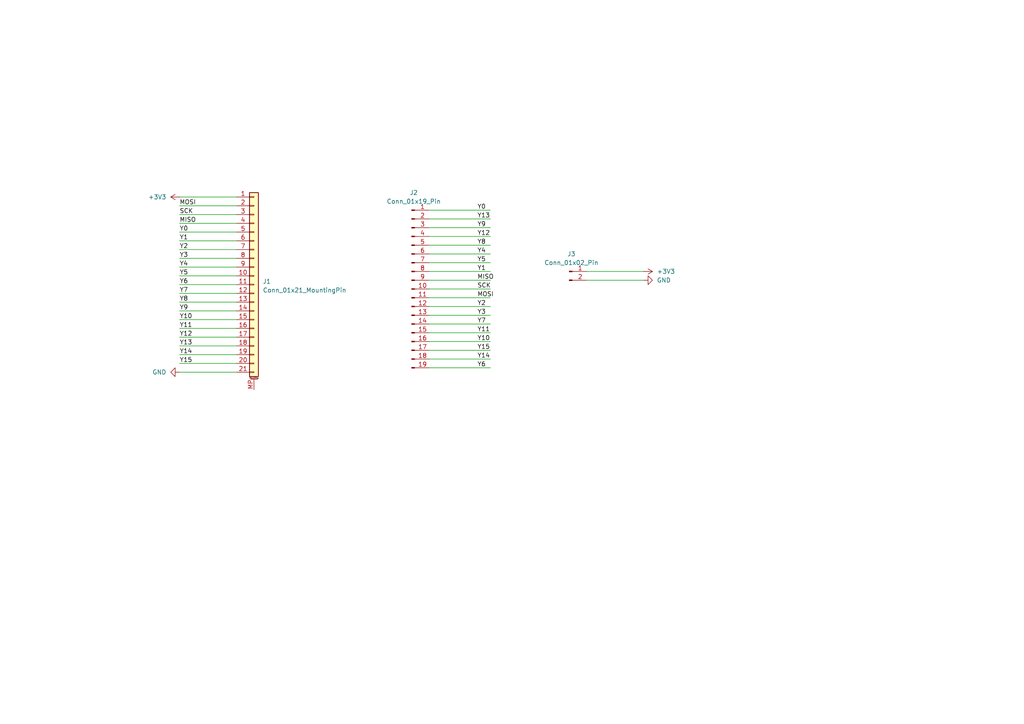
<source format=kicad_sch>
(kicad_sch
	(version 20231120)
	(generator "eeschema")
	(generator_version "8.0")
	(uuid "225ff2f9-09b8-4837-8e14-2f77bd5a165c")
	(paper "A4")
	(lib_symbols
		(symbol "Connector:Conn_01x02_Pin"
			(pin_names
				(offset 1.016) hide)
			(exclude_from_sim no)
			(in_bom yes)
			(on_board yes)
			(property "Reference" "J"
				(at 0 2.54 0)
				(effects
					(font
						(size 1.27 1.27)
					)
				)
			)
			(property "Value" "Conn_01x02_Pin"
				(at 0 -5.08 0)
				(effects
					(font
						(size 1.27 1.27)
					)
				)
			)
			(property "Footprint" ""
				(at 0 0 0)
				(effects
					(font
						(size 1.27 1.27)
					)
					(hide yes)
				)
			)
			(property "Datasheet" "~"
				(at 0 0 0)
				(effects
					(font
						(size 1.27 1.27)
					)
					(hide yes)
				)
			)
			(property "Description" "Generic connector, single row, 01x02, script generated"
				(at 0 0 0)
				(effects
					(font
						(size 1.27 1.27)
					)
					(hide yes)
				)
			)
			(property "ki_locked" ""
				(at 0 0 0)
				(effects
					(font
						(size 1.27 1.27)
					)
				)
			)
			(property "ki_keywords" "connector"
				(at 0 0 0)
				(effects
					(font
						(size 1.27 1.27)
					)
					(hide yes)
				)
			)
			(property "ki_fp_filters" "Connector*:*_1x??_*"
				(at 0 0 0)
				(effects
					(font
						(size 1.27 1.27)
					)
					(hide yes)
				)
			)
			(symbol "Conn_01x02_Pin_1_1"
				(polyline
					(pts
						(xy 1.27 -2.54) (xy 0.8636 -2.54)
					)
					(stroke
						(width 0.1524)
						(type default)
					)
					(fill
						(type none)
					)
				)
				(polyline
					(pts
						(xy 1.27 0) (xy 0.8636 0)
					)
					(stroke
						(width 0.1524)
						(type default)
					)
					(fill
						(type none)
					)
				)
				(rectangle
					(start 0.8636 -2.413)
					(end 0 -2.667)
					(stroke
						(width 0.1524)
						(type default)
					)
					(fill
						(type outline)
					)
				)
				(rectangle
					(start 0.8636 0.127)
					(end 0 -0.127)
					(stroke
						(width 0.1524)
						(type default)
					)
					(fill
						(type outline)
					)
				)
				(pin passive line
					(at 5.08 0 180)
					(length 3.81)
					(name "Pin_1"
						(effects
							(font
								(size 1.27 1.27)
							)
						)
					)
					(number "1"
						(effects
							(font
								(size 1.27 1.27)
							)
						)
					)
				)
				(pin passive line
					(at 5.08 -2.54 180)
					(length 3.81)
					(name "Pin_2"
						(effects
							(font
								(size 1.27 1.27)
							)
						)
					)
					(number "2"
						(effects
							(font
								(size 1.27 1.27)
							)
						)
					)
				)
			)
		)
		(symbol "Connector:Conn_01x19_Pin"
			(pin_names
				(offset 1.016) hide)
			(exclude_from_sim no)
			(in_bom yes)
			(on_board yes)
			(property "Reference" "J"
				(at 0 25.4 0)
				(effects
					(font
						(size 1.27 1.27)
					)
				)
			)
			(property "Value" "Conn_01x19_Pin"
				(at 0 -25.4 0)
				(effects
					(font
						(size 1.27 1.27)
					)
				)
			)
			(property "Footprint" ""
				(at 0 0 0)
				(effects
					(font
						(size 1.27 1.27)
					)
					(hide yes)
				)
			)
			(property "Datasheet" "~"
				(at 0 0 0)
				(effects
					(font
						(size 1.27 1.27)
					)
					(hide yes)
				)
			)
			(property "Description" "Generic connector, single row, 01x19, script generated"
				(at 0 0 0)
				(effects
					(font
						(size 1.27 1.27)
					)
					(hide yes)
				)
			)
			(property "ki_locked" ""
				(at 0 0 0)
				(effects
					(font
						(size 1.27 1.27)
					)
				)
			)
			(property "ki_keywords" "connector"
				(at 0 0 0)
				(effects
					(font
						(size 1.27 1.27)
					)
					(hide yes)
				)
			)
			(property "ki_fp_filters" "Connector*:*_1x??_*"
				(at 0 0 0)
				(effects
					(font
						(size 1.27 1.27)
					)
					(hide yes)
				)
			)
			(symbol "Conn_01x19_Pin_1_1"
				(polyline
					(pts
						(xy 1.27 -22.86) (xy 0.8636 -22.86)
					)
					(stroke
						(width 0.1524)
						(type default)
					)
					(fill
						(type none)
					)
				)
				(polyline
					(pts
						(xy 1.27 -20.32) (xy 0.8636 -20.32)
					)
					(stroke
						(width 0.1524)
						(type default)
					)
					(fill
						(type none)
					)
				)
				(polyline
					(pts
						(xy 1.27 -17.78) (xy 0.8636 -17.78)
					)
					(stroke
						(width 0.1524)
						(type default)
					)
					(fill
						(type none)
					)
				)
				(polyline
					(pts
						(xy 1.27 -15.24) (xy 0.8636 -15.24)
					)
					(stroke
						(width 0.1524)
						(type default)
					)
					(fill
						(type none)
					)
				)
				(polyline
					(pts
						(xy 1.27 -12.7) (xy 0.8636 -12.7)
					)
					(stroke
						(width 0.1524)
						(type default)
					)
					(fill
						(type none)
					)
				)
				(polyline
					(pts
						(xy 1.27 -10.16) (xy 0.8636 -10.16)
					)
					(stroke
						(width 0.1524)
						(type default)
					)
					(fill
						(type none)
					)
				)
				(polyline
					(pts
						(xy 1.27 -7.62) (xy 0.8636 -7.62)
					)
					(stroke
						(width 0.1524)
						(type default)
					)
					(fill
						(type none)
					)
				)
				(polyline
					(pts
						(xy 1.27 -5.08) (xy 0.8636 -5.08)
					)
					(stroke
						(width 0.1524)
						(type default)
					)
					(fill
						(type none)
					)
				)
				(polyline
					(pts
						(xy 1.27 -2.54) (xy 0.8636 -2.54)
					)
					(stroke
						(width 0.1524)
						(type default)
					)
					(fill
						(type none)
					)
				)
				(polyline
					(pts
						(xy 1.27 0) (xy 0.8636 0)
					)
					(stroke
						(width 0.1524)
						(type default)
					)
					(fill
						(type none)
					)
				)
				(polyline
					(pts
						(xy 1.27 2.54) (xy 0.8636 2.54)
					)
					(stroke
						(width 0.1524)
						(type default)
					)
					(fill
						(type none)
					)
				)
				(polyline
					(pts
						(xy 1.27 5.08) (xy 0.8636 5.08)
					)
					(stroke
						(width 0.1524)
						(type default)
					)
					(fill
						(type none)
					)
				)
				(polyline
					(pts
						(xy 1.27 7.62) (xy 0.8636 7.62)
					)
					(stroke
						(width 0.1524)
						(type default)
					)
					(fill
						(type none)
					)
				)
				(polyline
					(pts
						(xy 1.27 10.16) (xy 0.8636 10.16)
					)
					(stroke
						(width 0.1524)
						(type default)
					)
					(fill
						(type none)
					)
				)
				(polyline
					(pts
						(xy 1.27 12.7) (xy 0.8636 12.7)
					)
					(stroke
						(width 0.1524)
						(type default)
					)
					(fill
						(type none)
					)
				)
				(polyline
					(pts
						(xy 1.27 15.24) (xy 0.8636 15.24)
					)
					(stroke
						(width 0.1524)
						(type default)
					)
					(fill
						(type none)
					)
				)
				(polyline
					(pts
						(xy 1.27 17.78) (xy 0.8636 17.78)
					)
					(stroke
						(width 0.1524)
						(type default)
					)
					(fill
						(type none)
					)
				)
				(polyline
					(pts
						(xy 1.27 20.32) (xy 0.8636 20.32)
					)
					(stroke
						(width 0.1524)
						(type default)
					)
					(fill
						(type none)
					)
				)
				(polyline
					(pts
						(xy 1.27 22.86) (xy 0.8636 22.86)
					)
					(stroke
						(width 0.1524)
						(type default)
					)
					(fill
						(type none)
					)
				)
				(rectangle
					(start 0.8636 -22.733)
					(end 0 -22.987)
					(stroke
						(width 0.1524)
						(type default)
					)
					(fill
						(type outline)
					)
				)
				(rectangle
					(start 0.8636 -20.193)
					(end 0 -20.447)
					(stroke
						(width 0.1524)
						(type default)
					)
					(fill
						(type outline)
					)
				)
				(rectangle
					(start 0.8636 -17.653)
					(end 0 -17.907)
					(stroke
						(width 0.1524)
						(type default)
					)
					(fill
						(type outline)
					)
				)
				(rectangle
					(start 0.8636 -15.113)
					(end 0 -15.367)
					(stroke
						(width 0.1524)
						(type default)
					)
					(fill
						(type outline)
					)
				)
				(rectangle
					(start 0.8636 -12.573)
					(end 0 -12.827)
					(stroke
						(width 0.1524)
						(type default)
					)
					(fill
						(type outline)
					)
				)
				(rectangle
					(start 0.8636 -10.033)
					(end 0 -10.287)
					(stroke
						(width 0.1524)
						(type default)
					)
					(fill
						(type outline)
					)
				)
				(rectangle
					(start 0.8636 -7.493)
					(end 0 -7.747)
					(stroke
						(width 0.1524)
						(type default)
					)
					(fill
						(type outline)
					)
				)
				(rectangle
					(start 0.8636 -4.953)
					(end 0 -5.207)
					(stroke
						(width 0.1524)
						(type default)
					)
					(fill
						(type outline)
					)
				)
				(rectangle
					(start 0.8636 -2.413)
					(end 0 -2.667)
					(stroke
						(width 0.1524)
						(type default)
					)
					(fill
						(type outline)
					)
				)
				(rectangle
					(start 0.8636 0.127)
					(end 0 -0.127)
					(stroke
						(width 0.1524)
						(type default)
					)
					(fill
						(type outline)
					)
				)
				(rectangle
					(start 0.8636 2.667)
					(end 0 2.413)
					(stroke
						(width 0.1524)
						(type default)
					)
					(fill
						(type outline)
					)
				)
				(rectangle
					(start 0.8636 5.207)
					(end 0 4.953)
					(stroke
						(width 0.1524)
						(type default)
					)
					(fill
						(type outline)
					)
				)
				(rectangle
					(start 0.8636 7.747)
					(end 0 7.493)
					(stroke
						(width 0.1524)
						(type default)
					)
					(fill
						(type outline)
					)
				)
				(rectangle
					(start 0.8636 10.287)
					(end 0 10.033)
					(stroke
						(width 0.1524)
						(type default)
					)
					(fill
						(type outline)
					)
				)
				(rectangle
					(start 0.8636 12.827)
					(end 0 12.573)
					(stroke
						(width 0.1524)
						(type default)
					)
					(fill
						(type outline)
					)
				)
				(rectangle
					(start 0.8636 15.367)
					(end 0 15.113)
					(stroke
						(width 0.1524)
						(type default)
					)
					(fill
						(type outline)
					)
				)
				(rectangle
					(start 0.8636 17.907)
					(end 0 17.653)
					(stroke
						(width 0.1524)
						(type default)
					)
					(fill
						(type outline)
					)
				)
				(rectangle
					(start 0.8636 20.447)
					(end 0 20.193)
					(stroke
						(width 0.1524)
						(type default)
					)
					(fill
						(type outline)
					)
				)
				(rectangle
					(start 0.8636 22.987)
					(end 0 22.733)
					(stroke
						(width 0.1524)
						(type default)
					)
					(fill
						(type outline)
					)
				)
				(pin passive line
					(at 5.08 22.86 180)
					(length 3.81)
					(name "Pin_1"
						(effects
							(font
								(size 1.27 1.27)
							)
						)
					)
					(number "1"
						(effects
							(font
								(size 1.27 1.27)
							)
						)
					)
				)
				(pin passive line
					(at 5.08 0 180)
					(length 3.81)
					(name "Pin_10"
						(effects
							(font
								(size 1.27 1.27)
							)
						)
					)
					(number "10"
						(effects
							(font
								(size 1.27 1.27)
							)
						)
					)
				)
				(pin passive line
					(at 5.08 -2.54 180)
					(length 3.81)
					(name "Pin_11"
						(effects
							(font
								(size 1.27 1.27)
							)
						)
					)
					(number "11"
						(effects
							(font
								(size 1.27 1.27)
							)
						)
					)
				)
				(pin passive line
					(at 5.08 -5.08 180)
					(length 3.81)
					(name "Pin_12"
						(effects
							(font
								(size 1.27 1.27)
							)
						)
					)
					(number "12"
						(effects
							(font
								(size 1.27 1.27)
							)
						)
					)
				)
				(pin passive line
					(at 5.08 -7.62 180)
					(length 3.81)
					(name "Pin_13"
						(effects
							(font
								(size 1.27 1.27)
							)
						)
					)
					(number "13"
						(effects
							(font
								(size 1.27 1.27)
							)
						)
					)
				)
				(pin passive line
					(at 5.08 -10.16 180)
					(length 3.81)
					(name "Pin_14"
						(effects
							(font
								(size 1.27 1.27)
							)
						)
					)
					(number "14"
						(effects
							(font
								(size 1.27 1.27)
							)
						)
					)
				)
				(pin passive line
					(at 5.08 -12.7 180)
					(length 3.81)
					(name "Pin_15"
						(effects
							(font
								(size 1.27 1.27)
							)
						)
					)
					(number "15"
						(effects
							(font
								(size 1.27 1.27)
							)
						)
					)
				)
				(pin passive line
					(at 5.08 -15.24 180)
					(length 3.81)
					(name "Pin_16"
						(effects
							(font
								(size 1.27 1.27)
							)
						)
					)
					(number "16"
						(effects
							(font
								(size 1.27 1.27)
							)
						)
					)
				)
				(pin passive line
					(at 5.08 -17.78 180)
					(length 3.81)
					(name "Pin_17"
						(effects
							(font
								(size 1.27 1.27)
							)
						)
					)
					(number "17"
						(effects
							(font
								(size 1.27 1.27)
							)
						)
					)
				)
				(pin passive line
					(at 5.08 -20.32 180)
					(length 3.81)
					(name "Pin_18"
						(effects
							(font
								(size 1.27 1.27)
							)
						)
					)
					(number "18"
						(effects
							(font
								(size 1.27 1.27)
							)
						)
					)
				)
				(pin passive line
					(at 5.08 -22.86 180)
					(length 3.81)
					(name "Pin_19"
						(effects
							(font
								(size 1.27 1.27)
							)
						)
					)
					(number "19"
						(effects
							(font
								(size 1.27 1.27)
							)
						)
					)
				)
				(pin passive line
					(at 5.08 20.32 180)
					(length 3.81)
					(name "Pin_2"
						(effects
							(font
								(size 1.27 1.27)
							)
						)
					)
					(number "2"
						(effects
							(font
								(size 1.27 1.27)
							)
						)
					)
				)
				(pin passive line
					(at 5.08 17.78 180)
					(length 3.81)
					(name "Pin_3"
						(effects
							(font
								(size 1.27 1.27)
							)
						)
					)
					(number "3"
						(effects
							(font
								(size 1.27 1.27)
							)
						)
					)
				)
				(pin passive line
					(at 5.08 15.24 180)
					(length 3.81)
					(name "Pin_4"
						(effects
							(font
								(size 1.27 1.27)
							)
						)
					)
					(number "4"
						(effects
							(font
								(size 1.27 1.27)
							)
						)
					)
				)
				(pin passive line
					(at 5.08 12.7 180)
					(length 3.81)
					(name "Pin_5"
						(effects
							(font
								(size 1.27 1.27)
							)
						)
					)
					(number "5"
						(effects
							(font
								(size 1.27 1.27)
							)
						)
					)
				)
				(pin passive line
					(at 5.08 10.16 180)
					(length 3.81)
					(name "Pin_6"
						(effects
							(font
								(size 1.27 1.27)
							)
						)
					)
					(number "6"
						(effects
							(font
								(size 1.27 1.27)
							)
						)
					)
				)
				(pin passive line
					(at 5.08 7.62 180)
					(length 3.81)
					(name "Pin_7"
						(effects
							(font
								(size 1.27 1.27)
							)
						)
					)
					(number "7"
						(effects
							(font
								(size 1.27 1.27)
							)
						)
					)
				)
				(pin passive line
					(at 5.08 5.08 180)
					(length 3.81)
					(name "Pin_8"
						(effects
							(font
								(size 1.27 1.27)
							)
						)
					)
					(number "8"
						(effects
							(font
								(size 1.27 1.27)
							)
						)
					)
				)
				(pin passive line
					(at 5.08 2.54 180)
					(length 3.81)
					(name "Pin_9"
						(effects
							(font
								(size 1.27 1.27)
							)
						)
					)
					(number "9"
						(effects
							(font
								(size 1.27 1.27)
							)
						)
					)
				)
			)
		)
		(symbol "Connector_Generic_MountingPin:Conn_01x21_MountingPin"
			(pin_names
				(offset 1.016) hide)
			(exclude_from_sim no)
			(in_bom yes)
			(on_board yes)
			(property "Reference" "J"
				(at 0 27.94 0)
				(effects
					(font
						(size 1.27 1.27)
					)
				)
			)
			(property "Value" "Conn_01x21_MountingPin"
				(at 1.27 -27.94 0)
				(effects
					(font
						(size 1.27 1.27)
					)
					(justify left)
				)
			)
			(property "Footprint" ""
				(at 0 0 0)
				(effects
					(font
						(size 1.27 1.27)
					)
					(hide yes)
				)
			)
			(property "Datasheet" "~"
				(at 0 0 0)
				(effects
					(font
						(size 1.27 1.27)
					)
					(hide yes)
				)
			)
			(property "Description" "Generic connectable mounting pin connector, single row, 01x21, script generated (kicad-library-utils/schlib/autogen/connector/)"
				(at 0 0 0)
				(effects
					(font
						(size 1.27 1.27)
					)
					(hide yes)
				)
			)
			(property "ki_keywords" "connector"
				(at 0 0 0)
				(effects
					(font
						(size 1.27 1.27)
					)
					(hide yes)
				)
			)
			(property "ki_fp_filters" "Connector*:*_1x??-1MP*"
				(at 0 0 0)
				(effects
					(font
						(size 1.27 1.27)
					)
					(hide yes)
				)
			)
			(symbol "Conn_01x21_MountingPin_1_1"
				(rectangle
					(start -1.27 -25.273)
					(end 0 -25.527)
					(stroke
						(width 0.1524)
						(type default)
					)
					(fill
						(type none)
					)
				)
				(rectangle
					(start -1.27 -22.733)
					(end 0 -22.987)
					(stroke
						(width 0.1524)
						(type default)
					)
					(fill
						(type none)
					)
				)
				(rectangle
					(start -1.27 -20.193)
					(end 0 -20.447)
					(stroke
						(width 0.1524)
						(type default)
					)
					(fill
						(type none)
					)
				)
				(rectangle
					(start -1.27 -17.653)
					(end 0 -17.907)
					(stroke
						(width 0.1524)
						(type default)
					)
					(fill
						(type none)
					)
				)
				(rectangle
					(start -1.27 -15.113)
					(end 0 -15.367)
					(stroke
						(width 0.1524)
						(type default)
					)
					(fill
						(type none)
					)
				)
				(rectangle
					(start -1.27 -12.573)
					(end 0 -12.827)
					(stroke
						(width 0.1524)
						(type default)
					)
					(fill
						(type none)
					)
				)
				(rectangle
					(start -1.27 -10.033)
					(end 0 -10.287)
					(stroke
						(width 0.1524)
						(type default)
					)
					(fill
						(type none)
					)
				)
				(rectangle
					(start -1.27 -7.493)
					(end 0 -7.747)
					(stroke
						(width 0.1524)
						(type default)
					)
					(fill
						(type none)
					)
				)
				(rectangle
					(start -1.27 -4.953)
					(end 0 -5.207)
					(stroke
						(width 0.1524)
						(type default)
					)
					(fill
						(type none)
					)
				)
				(rectangle
					(start -1.27 -2.413)
					(end 0 -2.667)
					(stroke
						(width 0.1524)
						(type default)
					)
					(fill
						(type none)
					)
				)
				(rectangle
					(start -1.27 0.127)
					(end 0 -0.127)
					(stroke
						(width 0.1524)
						(type default)
					)
					(fill
						(type none)
					)
				)
				(rectangle
					(start -1.27 2.667)
					(end 0 2.413)
					(stroke
						(width 0.1524)
						(type default)
					)
					(fill
						(type none)
					)
				)
				(rectangle
					(start -1.27 5.207)
					(end 0 4.953)
					(stroke
						(width 0.1524)
						(type default)
					)
					(fill
						(type none)
					)
				)
				(rectangle
					(start -1.27 7.747)
					(end 0 7.493)
					(stroke
						(width 0.1524)
						(type default)
					)
					(fill
						(type none)
					)
				)
				(rectangle
					(start -1.27 10.287)
					(end 0 10.033)
					(stroke
						(width 0.1524)
						(type default)
					)
					(fill
						(type none)
					)
				)
				(rectangle
					(start -1.27 12.827)
					(end 0 12.573)
					(stroke
						(width 0.1524)
						(type default)
					)
					(fill
						(type none)
					)
				)
				(rectangle
					(start -1.27 15.367)
					(end 0 15.113)
					(stroke
						(width 0.1524)
						(type default)
					)
					(fill
						(type none)
					)
				)
				(rectangle
					(start -1.27 17.907)
					(end 0 17.653)
					(stroke
						(width 0.1524)
						(type default)
					)
					(fill
						(type none)
					)
				)
				(rectangle
					(start -1.27 20.447)
					(end 0 20.193)
					(stroke
						(width 0.1524)
						(type default)
					)
					(fill
						(type none)
					)
				)
				(rectangle
					(start -1.27 22.987)
					(end 0 22.733)
					(stroke
						(width 0.1524)
						(type default)
					)
					(fill
						(type none)
					)
				)
				(rectangle
					(start -1.27 25.527)
					(end 0 25.273)
					(stroke
						(width 0.1524)
						(type default)
					)
					(fill
						(type none)
					)
				)
				(rectangle
					(start -1.27 26.67)
					(end 1.27 -26.67)
					(stroke
						(width 0.254)
						(type default)
					)
					(fill
						(type background)
					)
				)
				(polyline
					(pts
						(xy -1.016 -27.432) (xy 1.016 -27.432)
					)
					(stroke
						(width 0.1524)
						(type default)
					)
					(fill
						(type none)
					)
				)
				(text "Mounting"
					(at 0 -27.051 0)
					(effects
						(font
							(size 0.381 0.381)
						)
					)
				)
				(pin passive line
					(at -5.08 25.4 0)
					(length 3.81)
					(name "Pin_1"
						(effects
							(font
								(size 1.27 1.27)
							)
						)
					)
					(number "1"
						(effects
							(font
								(size 1.27 1.27)
							)
						)
					)
				)
				(pin passive line
					(at -5.08 2.54 0)
					(length 3.81)
					(name "Pin_10"
						(effects
							(font
								(size 1.27 1.27)
							)
						)
					)
					(number "10"
						(effects
							(font
								(size 1.27 1.27)
							)
						)
					)
				)
				(pin passive line
					(at -5.08 0 0)
					(length 3.81)
					(name "Pin_11"
						(effects
							(font
								(size 1.27 1.27)
							)
						)
					)
					(number "11"
						(effects
							(font
								(size 1.27 1.27)
							)
						)
					)
				)
				(pin passive line
					(at -5.08 -2.54 0)
					(length 3.81)
					(name "Pin_12"
						(effects
							(font
								(size 1.27 1.27)
							)
						)
					)
					(number "12"
						(effects
							(font
								(size 1.27 1.27)
							)
						)
					)
				)
				(pin passive line
					(at -5.08 -5.08 0)
					(length 3.81)
					(name "Pin_13"
						(effects
							(font
								(size 1.27 1.27)
							)
						)
					)
					(number "13"
						(effects
							(font
								(size 1.27 1.27)
							)
						)
					)
				)
				(pin passive line
					(at -5.08 -7.62 0)
					(length 3.81)
					(name "Pin_14"
						(effects
							(font
								(size 1.27 1.27)
							)
						)
					)
					(number "14"
						(effects
							(font
								(size 1.27 1.27)
							)
						)
					)
				)
				(pin passive line
					(at -5.08 -10.16 0)
					(length 3.81)
					(name "Pin_15"
						(effects
							(font
								(size 1.27 1.27)
							)
						)
					)
					(number "15"
						(effects
							(font
								(size 1.27 1.27)
							)
						)
					)
				)
				(pin passive line
					(at -5.08 -12.7 0)
					(length 3.81)
					(name "Pin_16"
						(effects
							(font
								(size 1.27 1.27)
							)
						)
					)
					(number "16"
						(effects
							(font
								(size 1.27 1.27)
							)
						)
					)
				)
				(pin passive line
					(at -5.08 -15.24 0)
					(length 3.81)
					(name "Pin_17"
						(effects
							(font
								(size 1.27 1.27)
							)
						)
					)
					(number "17"
						(effects
							(font
								(size 1.27 1.27)
							)
						)
					)
				)
				(pin passive line
					(at -5.08 -17.78 0)
					(length 3.81)
					(name "Pin_18"
						(effects
							(font
								(size 1.27 1.27)
							)
						)
					)
					(number "18"
						(effects
							(font
								(size 1.27 1.27)
							)
						)
					)
				)
				(pin passive line
					(at -5.08 -20.32 0)
					(length 3.81)
					(name "Pin_19"
						(effects
							(font
								(size 1.27 1.27)
							)
						)
					)
					(number "19"
						(effects
							(font
								(size 1.27 1.27)
							)
						)
					)
				)
				(pin passive line
					(at -5.08 22.86 0)
					(length 3.81)
					(name "Pin_2"
						(effects
							(font
								(size 1.27 1.27)
							)
						)
					)
					(number "2"
						(effects
							(font
								(size 1.27 1.27)
							)
						)
					)
				)
				(pin passive line
					(at -5.08 -22.86 0)
					(length 3.81)
					(name "Pin_20"
						(effects
							(font
								(size 1.27 1.27)
							)
						)
					)
					(number "20"
						(effects
							(font
								(size 1.27 1.27)
							)
						)
					)
				)
				(pin passive line
					(at -5.08 -25.4 0)
					(length 3.81)
					(name "Pin_21"
						(effects
							(font
								(size 1.27 1.27)
							)
						)
					)
					(number "21"
						(effects
							(font
								(size 1.27 1.27)
							)
						)
					)
				)
				(pin passive line
					(at -5.08 20.32 0)
					(length 3.81)
					(name "Pin_3"
						(effects
							(font
								(size 1.27 1.27)
							)
						)
					)
					(number "3"
						(effects
							(font
								(size 1.27 1.27)
							)
						)
					)
				)
				(pin passive line
					(at -5.08 17.78 0)
					(length 3.81)
					(name "Pin_4"
						(effects
							(font
								(size 1.27 1.27)
							)
						)
					)
					(number "4"
						(effects
							(font
								(size 1.27 1.27)
							)
						)
					)
				)
				(pin passive line
					(at -5.08 15.24 0)
					(length 3.81)
					(name "Pin_5"
						(effects
							(font
								(size 1.27 1.27)
							)
						)
					)
					(number "5"
						(effects
							(font
								(size 1.27 1.27)
							)
						)
					)
				)
				(pin passive line
					(at -5.08 12.7 0)
					(length 3.81)
					(name "Pin_6"
						(effects
							(font
								(size 1.27 1.27)
							)
						)
					)
					(number "6"
						(effects
							(font
								(size 1.27 1.27)
							)
						)
					)
				)
				(pin passive line
					(at -5.08 10.16 0)
					(length 3.81)
					(name "Pin_7"
						(effects
							(font
								(size 1.27 1.27)
							)
						)
					)
					(number "7"
						(effects
							(font
								(size 1.27 1.27)
							)
						)
					)
				)
				(pin passive line
					(at -5.08 7.62 0)
					(length 3.81)
					(name "Pin_8"
						(effects
							(font
								(size 1.27 1.27)
							)
						)
					)
					(number "8"
						(effects
							(font
								(size 1.27 1.27)
							)
						)
					)
				)
				(pin passive line
					(at -5.08 5.08 0)
					(length 3.81)
					(name "Pin_9"
						(effects
							(font
								(size 1.27 1.27)
							)
						)
					)
					(number "9"
						(effects
							(font
								(size 1.27 1.27)
							)
						)
					)
				)
				(pin passive line
					(at 0 -30.48 90)
					(length 3.048)
					(name "MountPin"
						(effects
							(font
								(size 1.27 1.27)
							)
						)
					)
					(number "MP"
						(effects
							(font
								(size 1.27 1.27)
							)
						)
					)
				)
			)
		)
		(symbol "power:+3V3"
			(power)
			(pin_numbers hide)
			(pin_names
				(offset 0) hide)
			(exclude_from_sim no)
			(in_bom yes)
			(on_board yes)
			(property "Reference" "#PWR"
				(at 0 -3.81 0)
				(effects
					(font
						(size 1.27 1.27)
					)
					(hide yes)
				)
			)
			(property "Value" "+3V3"
				(at 0 3.556 0)
				(effects
					(font
						(size 1.27 1.27)
					)
				)
			)
			(property "Footprint" ""
				(at 0 0 0)
				(effects
					(font
						(size 1.27 1.27)
					)
					(hide yes)
				)
			)
			(property "Datasheet" ""
				(at 0 0 0)
				(effects
					(font
						(size 1.27 1.27)
					)
					(hide yes)
				)
			)
			(property "Description" "Power symbol creates a global label with name \"+3V3\""
				(at 0 0 0)
				(effects
					(font
						(size 1.27 1.27)
					)
					(hide yes)
				)
			)
			(property "ki_keywords" "global power"
				(at 0 0 0)
				(effects
					(font
						(size 1.27 1.27)
					)
					(hide yes)
				)
			)
			(symbol "+3V3_0_1"
				(polyline
					(pts
						(xy -0.762 1.27) (xy 0 2.54)
					)
					(stroke
						(width 0)
						(type default)
					)
					(fill
						(type none)
					)
				)
				(polyline
					(pts
						(xy 0 0) (xy 0 2.54)
					)
					(stroke
						(width 0)
						(type default)
					)
					(fill
						(type none)
					)
				)
				(polyline
					(pts
						(xy 0 2.54) (xy 0.762 1.27)
					)
					(stroke
						(width 0)
						(type default)
					)
					(fill
						(type none)
					)
				)
			)
			(symbol "+3V3_1_1"
				(pin power_in line
					(at 0 0 90)
					(length 0)
					(name "~"
						(effects
							(font
								(size 1.27 1.27)
							)
						)
					)
					(number "1"
						(effects
							(font
								(size 1.27 1.27)
							)
						)
					)
				)
			)
		)
		(symbol "power:GND"
			(power)
			(pin_numbers hide)
			(pin_names
				(offset 0) hide)
			(exclude_from_sim no)
			(in_bom yes)
			(on_board yes)
			(property "Reference" "#PWR"
				(at 0 -6.35 0)
				(effects
					(font
						(size 1.27 1.27)
					)
					(hide yes)
				)
			)
			(property "Value" "GND"
				(at 0 -3.81 0)
				(effects
					(font
						(size 1.27 1.27)
					)
				)
			)
			(property "Footprint" ""
				(at 0 0 0)
				(effects
					(font
						(size 1.27 1.27)
					)
					(hide yes)
				)
			)
			(property "Datasheet" ""
				(at 0 0 0)
				(effects
					(font
						(size 1.27 1.27)
					)
					(hide yes)
				)
			)
			(property "Description" "Power symbol creates a global label with name \"GND\" , ground"
				(at 0 0 0)
				(effects
					(font
						(size 1.27 1.27)
					)
					(hide yes)
				)
			)
			(property "ki_keywords" "global power"
				(at 0 0 0)
				(effects
					(font
						(size 1.27 1.27)
					)
					(hide yes)
				)
			)
			(symbol "GND_0_1"
				(polyline
					(pts
						(xy 0 0) (xy 0 -1.27) (xy 1.27 -1.27) (xy 0 -2.54) (xy -1.27 -1.27) (xy 0 -1.27)
					)
					(stroke
						(width 0)
						(type default)
					)
					(fill
						(type none)
					)
				)
			)
			(symbol "GND_1_1"
				(pin power_in line
					(at 0 0 270)
					(length 0)
					(name "~"
						(effects
							(font
								(size 1.27 1.27)
							)
						)
					)
					(number "1"
						(effects
							(font
								(size 1.27 1.27)
							)
						)
					)
				)
			)
		)
	)
	(wire
		(pts
			(xy 52.07 107.95) (xy 68.58 107.95)
		)
		(stroke
			(width 0)
			(type default)
		)
		(uuid "0777c546-0e9c-4052-938d-a4e152c725bb")
	)
	(wire
		(pts
			(xy 52.07 87.63) (xy 68.58 87.63)
		)
		(stroke
			(width 0)
			(type default)
		)
		(uuid "0ac26f4c-7f32-4ba5-9453-273d9b3651ed")
	)
	(wire
		(pts
			(xy 52.07 82.55) (xy 68.58 82.55)
		)
		(stroke
			(width 0)
			(type default)
		)
		(uuid "12ac5507-d080-4993-a0eb-ea5337a67dfc")
	)
	(wire
		(pts
			(xy 124.46 99.06) (xy 142.24 99.06)
		)
		(stroke
			(width 0)
			(type default)
		)
		(uuid "14e638c1-a3a1-4501-a81a-10e6a3612d35")
	)
	(wire
		(pts
			(xy 124.46 60.96) (xy 142.24 60.96)
		)
		(stroke
			(width 0)
			(type default)
		)
		(uuid "1cea3ce7-fb4a-4c20-89e3-58e322c34fd3")
	)
	(wire
		(pts
			(xy 52.07 95.25) (xy 68.58 95.25)
		)
		(stroke
			(width 0)
			(type default)
		)
		(uuid "250fa681-69d8-4ad8-926b-721cfd546265")
	)
	(wire
		(pts
			(xy 124.46 81.28) (xy 142.24 81.28)
		)
		(stroke
			(width 0)
			(type default)
		)
		(uuid "309b12ed-5ea9-423a-a7bb-a81e0efe77f5")
	)
	(wire
		(pts
			(xy 52.07 72.39) (xy 68.58 72.39)
		)
		(stroke
			(width 0)
			(type default)
		)
		(uuid "34d77ca7-baa3-4cbb-861e-14c2fc0d6796")
	)
	(wire
		(pts
			(xy 124.46 63.5) (xy 142.24 63.5)
		)
		(stroke
			(width 0)
			(type default)
		)
		(uuid "3e29db40-156e-4490-932f-9a1884eb99de")
	)
	(wire
		(pts
			(xy 124.46 73.66) (xy 142.24 73.66)
		)
		(stroke
			(width 0)
			(type default)
		)
		(uuid "3f7dff97-df62-4c4d-9a04-bd276fe0c041")
	)
	(wire
		(pts
			(xy 124.46 66.04) (xy 142.24 66.04)
		)
		(stroke
			(width 0)
			(type default)
		)
		(uuid "52aa1f7c-c7fc-4f17-815e-1ae3975b2ce5")
	)
	(wire
		(pts
			(xy 52.07 92.71) (xy 68.58 92.71)
		)
		(stroke
			(width 0)
			(type default)
		)
		(uuid "63b536f1-bc9b-4fe8-8602-559ba5994b6b")
	)
	(wire
		(pts
			(xy 124.46 88.9) (xy 142.24 88.9)
		)
		(stroke
			(width 0)
			(type default)
		)
		(uuid "653cabf0-9c39-4b85-8fc8-82ebdb56ee43")
	)
	(wire
		(pts
			(xy 170.18 81.28) (xy 186.69 81.28)
		)
		(stroke
			(width 0)
			(type default)
		)
		(uuid "685e28c8-2444-48a4-8259-6f53793f9152")
	)
	(wire
		(pts
			(xy 124.46 76.2) (xy 142.24 76.2)
		)
		(stroke
			(width 0)
			(type default)
		)
		(uuid "6c343ac5-078b-40bf-ab53-a990e8962a9d")
	)
	(wire
		(pts
			(xy 124.46 104.14) (xy 142.24 104.14)
		)
		(stroke
			(width 0)
			(type default)
		)
		(uuid "6cf60d81-fdb0-4440-9871-d4ef9daaf205")
	)
	(wire
		(pts
			(xy 170.18 78.74) (xy 186.69 78.74)
		)
		(stroke
			(width 0)
			(type default)
		)
		(uuid "741513c2-8eb1-417b-99da-4dad76777ee2")
	)
	(wire
		(pts
			(xy 52.07 69.85) (xy 68.58 69.85)
		)
		(stroke
			(width 0)
			(type default)
		)
		(uuid "7bfc4a53-8f1b-4867-a4b1-a3967b486556")
	)
	(wire
		(pts
			(xy 124.46 91.44) (xy 142.24 91.44)
		)
		(stroke
			(width 0)
			(type default)
		)
		(uuid "7d9360d1-8066-465d-86b5-06b400918e8d")
	)
	(wire
		(pts
			(xy 52.07 64.77) (xy 68.58 64.77)
		)
		(stroke
			(width 0)
			(type default)
		)
		(uuid "811f9e6d-29a4-4481-b91b-e7a32960570f")
	)
	(wire
		(pts
			(xy 52.07 97.79) (xy 68.58 97.79)
		)
		(stroke
			(width 0)
			(type default)
		)
		(uuid "870cd03f-b550-4e23-9ff5-168a023123d3")
	)
	(wire
		(pts
			(xy 124.46 68.58) (xy 142.24 68.58)
		)
		(stroke
			(width 0)
			(type default)
		)
		(uuid "88ee10ae-79c1-4c12-af9e-ee5f96f81481")
	)
	(wire
		(pts
			(xy 52.07 57.15) (xy 68.58 57.15)
		)
		(stroke
			(width 0)
			(type default)
		)
		(uuid "8bf0f222-e915-4cff-bca0-02b0019ebf1e")
	)
	(wire
		(pts
			(xy 52.07 74.93) (xy 68.58 74.93)
		)
		(stroke
			(width 0)
			(type default)
		)
		(uuid "8c0e4388-66f8-43b5-b08a-42fcfc048349")
	)
	(wire
		(pts
			(xy 52.07 85.09) (xy 68.58 85.09)
		)
		(stroke
			(width 0)
			(type default)
		)
		(uuid "a0fbfcca-087b-4747-a0bf-72386b3e6584")
	)
	(wire
		(pts
			(xy 124.46 106.68) (xy 142.24 106.68)
		)
		(stroke
			(width 0)
			(type default)
		)
		(uuid "af92f8e6-9892-4690-b7b1-bef6dd3d906f")
	)
	(wire
		(pts
			(xy 124.46 71.12) (xy 142.24 71.12)
		)
		(stroke
			(width 0)
			(type default)
		)
		(uuid "b3ec8162-677a-488b-9f92-3209a98b1f18")
	)
	(wire
		(pts
			(xy 52.07 62.23) (xy 68.58 62.23)
		)
		(stroke
			(width 0)
			(type default)
		)
		(uuid "b908562b-a524-44b4-abed-440e7cb6702f")
	)
	(wire
		(pts
			(xy 52.07 59.69) (xy 68.58 59.69)
		)
		(stroke
			(width 0)
			(type default)
		)
		(uuid "c3a0682d-e211-441a-97ab-c0f774cb4411")
	)
	(wire
		(pts
			(xy 52.07 67.31) (xy 68.58 67.31)
		)
		(stroke
			(width 0)
			(type default)
		)
		(uuid "c4579530-455e-44cf-95a5-b2b8b7bfcc54")
	)
	(wire
		(pts
			(xy 52.07 105.41) (xy 68.58 105.41)
		)
		(stroke
			(width 0)
			(type default)
		)
		(uuid "ca35d028-d3f7-48e3-b271-845bf7a3ee70")
	)
	(wire
		(pts
			(xy 124.46 86.36) (xy 142.24 86.36)
		)
		(stroke
			(width 0)
			(type default)
		)
		(uuid "e05c3554-a608-484c-9393-e16e16a387d2")
	)
	(wire
		(pts
			(xy 124.46 96.52) (xy 142.24 96.52)
		)
		(stroke
			(width 0)
			(type default)
		)
		(uuid "ea374fe6-d87d-48aa-a662-01fea9bed9f3")
	)
	(wire
		(pts
			(xy 52.07 77.47) (xy 68.58 77.47)
		)
		(stroke
			(width 0)
			(type default)
		)
		(uuid "eb7cf4da-4a31-4ce0-b07c-24f0bbc89f32")
	)
	(wire
		(pts
			(xy 52.07 102.87) (xy 68.58 102.87)
		)
		(stroke
			(width 0)
			(type default)
		)
		(uuid "ec7a049f-4908-4847-b9a6-da506ba5fd2f")
	)
	(wire
		(pts
			(xy 124.46 78.74) (xy 142.24 78.74)
		)
		(stroke
			(width 0)
			(type default)
		)
		(uuid "ed9ddbf9-f6a1-4385-b9d5-421d40ed0174")
	)
	(wire
		(pts
			(xy 52.07 80.01) (xy 68.58 80.01)
		)
		(stroke
			(width 0)
			(type default)
		)
		(uuid "eecf4ee0-c973-4bb5-9e9a-8f006167f20f")
	)
	(wire
		(pts
			(xy 124.46 101.6) (xy 142.24 101.6)
		)
		(stroke
			(width 0)
			(type default)
		)
		(uuid "f37ea990-2de5-4c44-871e-b2d28e5ae5be")
	)
	(wire
		(pts
			(xy 124.46 83.82) (xy 142.24 83.82)
		)
		(stroke
			(width 0)
			(type default)
		)
		(uuid "f6144d8c-26ea-45a9-9496-0fda3ef73905")
	)
	(wire
		(pts
			(xy 124.46 93.98) (xy 142.24 93.98)
		)
		(stroke
			(width 0)
			(type default)
		)
		(uuid "f625c097-787d-4bca-a4e3-6321c20d4ea8")
	)
	(wire
		(pts
			(xy 52.07 90.17) (xy 68.58 90.17)
		)
		(stroke
			(width 0)
			(type default)
		)
		(uuid "f685b3ed-cdde-46c3-9d3a-2deb290d4c20")
	)
	(wire
		(pts
			(xy 52.07 100.33) (xy 68.58 100.33)
		)
		(stroke
			(width 0)
			(type default)
		)
		(uuid "fa167c13-b01a-41e1-bb28-20bbd1e9ba23")
	)
	(label "MISO"
		(at 138.43 81.28 0)
		(fields_autoplaced yes)
		(effects
			(font
				(size 1.27 1.27)
			)
			(justify left bottom)
		)
		(uuid "007c4a39-6b28-4ef0-917e-9796c135d122")
	)
	(label "Y13"
		(at 138.43 63.5 0)
		(fields_autoplaced yes)
		(effects
			(font
				(size 1.27 1.27)
			)
			(justify left bottom)
		)
		(uuid "0115736e-54a8-467d-a2d6-7d8bbe4cfc5b")
	)
	(label "Y3"
		(at 52.07 74.93 0)
		(fields_autoplaced yes)
		(effects
			(font
				(size 1.27 1.27)
			)
			(justify left bottom)
		)
		(uuid "020ee717-4ff7-4483-92ae-4edf3ad729c7")
	)
	(label "Y10"
		(at 52.07 92.71 0)
		(fields_autoplaced yes)
		(effects
			(font
				(size 1.27 1.27)
			)
			(justify left bottom)
		)
		(uuid "02de062b-d667-4a74-89f1-becd85c0f18b")
	)
	(label "Y2"
		(at 138.43 88.9 0)
		(fields_autoplaced yes)
		(effects
			(font
				(size 1.27 1.27)
			)
			(justify left bottom)
		)
		(uuid "0966b68f-81fb-4cd3-84be-cb49bf89ec6e")
	)
	(label "Y5"
		(at 138.43 76.2 0)
		(fields_autoplaced yes)
		(effects
			(font
				(size 1.27 1.27)
			)
			(justify left bottom)
		)
		(uuid "0a7b6f79-1e4e-462f-aec4-b3831c114d3d")
	)
	(label "Y7"
		(at 138.43 93.98 0)
		(fields_autoplaced yes)
		(effects
			(font
				(size 1.27 1.27)
			)
			(justify left bottom)
		)
		(uuid "11c9fc18-58c9-4b0e-b4fb-d1a9c4929bc3")
	)
	(label "Y6"
		(at 52.07 82.55 0)
		(fields_autoplaced yes)
		(effects
			(font
				(size 1.27 1.27)
			)
			(justify left bottom)
		)
		(uuid "1bf6b740-c058-40e9-884e-c70173d9ecc2")
	)
	(label "Y1"
		(at 52.07 69.85 0)
		(fields_autoplaced yes)
		(effects
			(font
				(size 1.27 1.27)
			)
			(justify left bottom)
		)
		(uuid "220cf722-6787-41f4-844a-674e3f6b9727")
	)
	(label "Y15"
		(at 52.07 105.41 0)
		(fields_autoplaced yes)
		(effects
			(font
				(size 1.27 1.27)
			)
			(justify left bottom)
		)
		(uuid "25def08a-9290-49bb-9bc3-4359ea7b38f0")
	)
	(label "Y14"
		(at 138.43 104.14 0)
		(fields_autoplaced yes)
		(effects
			(font
				(size 1.27 1.27)
			)
			(justify left bottom)
		)
		(uuid "350d1920-72ff-42f8-9601-18b16199c6f0")
	)
	(label "MISO"
		(at 52.07 64.77 0)
		(fields_autoplaced yes)
		(effects
			(font
				(size 1.27 1.27)
			)
			(justify left bottom)
		)
		(uuid "537c8497-b66b-4bf2-a5d8-6c7adae95c97")
	)
	(label "Y9"
		(at 52.07 90.17 0)
		(fields_autoplaced yes)
		(effects
			(font
				(size 1.27 1.27)
			)
			(justify left bottom)
		)
		(uuid "58f38f2d-c48f-48b0-93c2-b9ae1aa06169")
	)
	(label "Y13"
		(at 52.07 100.33 0)
		(fields_autoplaced yes)
		(effects
			(font
				(size 1.27 1.27)
			)
			(justify left bottom)
		)
		(uuid "5b348a8c-4eef-406a-9ddf-a42420467a70")
	)
	(label "Y6"
		(at 138.43 106.68 0)
		(fields_autoplaced yes)
		(effects
			(font
				(size 1.27 1.27)
			)
			(justify left bottom)
		)
		(uuid "75b22fcd-03ae-4d43-b319-c860ee0c9b6f")
	)
	(label "Y11"
		(at 52.07 95.25 0)
		(fields_autoplaced yes)
		(effects
			(font
				(size 1.27 1.27)
			)
			(justify left bottom)
		)
		(uuid "7769c124-3ddd-4135-8c97-e226df68775b")
	)
	(label "Y11"
		(at 138.43 96.52 0)
		(fields_autoplaced yes)
		(effects
			(font
				(size 1.27 1.27)
			)
			(justify left bottom)
		)
		(uuid "796eb784-4b72-44e6-a968-aac2ee1aba71")
	)
	(label "MOSI"
		(at 138.43 86.36 0)
		(fields_autoplaced yes)
		(effects
			(font
				(size 1.27 1.27)
			)
			(justify left bottom)
		)
		(uuid "81b3c503-8409-49e8-ac06-3b57433182cd")
	)
	(label "MOSI"
		(at 52.07 59.69 0)
		(fields_autoplaced yes)
		(effects
			(font
				(size 1.27 1.27)
			)
			(justify left bottom)
		)
		(uuid "8ccf86aa-bd60-4157-9102-432cad4bf6b5")
	)
	(label "Y0"
		(at 52.07 67.31 0)
		(fields_autoplaced yes)
		(effects
			(font
				(size 1.27 1.27)
			)
			(justify left bottom)
		)
		(uuid "9227956b-d150-4784-b93f-75bf7c963b7c")
	)
	(label "Y12"
		(at 52.07 97.79 0)
		(fields_autoplaced yes)
		(effects
			(font
				(size 1.27 1.27)
			)
			(justify left bottom)
		)
		(uuid "92fcc702-4a94-4d65-8e9b-e71231f303c4")
	)
	(label "Y1"
		(at 138.43 78.74 0)
		(fields_autoplaced yes)
		(effects
			(font
				(size 1.27 1.27)
			)
			(justify left bottom)
		)
		(uuid "938c8bd2-cc71-4696-ae33-b821de810848")
	)
	(label "Y0"
		(at 138.43 60.96 0)
		(fields_autoplaced yes)
		(effects
			(font
				(size 1.27 1.27)
			)
			(justify left bottom)
		)
		(uuid "9d60524b-5726-4748-834f-c1f799c168ba")
	)
	(label "Y9"
		(at 138.43 66.04 0)
		(fields_autoplaced yes)
		(effects
			(font
				(size 1.27 1.27)
			)
			(justify left bottom)
		)
		(uuid "9fd85895-e217-40d6-bf26-a641ed05a924")
	)
	(label "Y15"
		(at 138.43 101.6 0)
		(fields_autoplaced yes)
		(effects
			(font
				(size 1.27 1.27)
			)
			(justify left bottom)
		)
		(uuid "aa5bf867-2098-4264-ac92-4bbb68ae6e4c")
	)
	(label "Y8"
		(at 52.07 87.63 0)
		(fields_autoplaced yes)
		(effects
			(font
				(size 1.27 1.27)
			)
			(justify left bottom)
		)
		(uuid "ab9f39d2-9f3e-45f1-b97b-2eccd9383f23")
	)
	(label "SCK"
		(at 52.07 62.23 0)
		(fields_autoplaced yes)
		(effects
			(font
				(size 1.27 1.27)
			)
			(justify left bottom)
		)
		(uuid "ae21f491-76db-4d7d-b134-5eae5771e021")
	)
	(label "Y14"
		(at 52.07 102.87 0)
		(fields_autoplaced yes)
		(effects
			(font
				(size 1.27 1.27)
			)
			(justify left bottom)
		)
		(uuid "bf694da9-386f-4fb5-9501-c72edde12fea")
	)
	(label "Y4"
		(at 138.43 73.66 0)
		(fields_autoplaced yes)
		(effects
			(font
				(size 1.27 1.27)
			)
			(justify left bottom)
		)
		(uuid "bfdf0bb3-ac07-438e-b998-a9f285f4b28a")
	)
	(label "Y12"
		(at 138.43 68.58 0)
		(fields_autoplaced yes)
		(effects
			(font
				(size 1.27 1.27)
			)
			(justify left bottom)
		)
		(uuid "c2def2ec-c96f-4797-9499-cfbdba5e0aeb")
	)
	(label "Y2"
		(at 52.07 72.39 0)
		(fields_autoplaced yes)
		(effects
			(font
				(size 1.27 1.27)
			)
			(justify left bottom)
		)
		(uuid "c3e61751-2e36-41ec-a0b3-ad58a6d11996")
	)
	(label "Y10"
		(at 138.43 99.06 0)
		(fields_autoplaced yes)
		(effects
			(font
				(size 1.27 1.27)
			)
			(justify left bottom)
		)
		(uuid "c9348d23-59be-4ce0-adbd-59f3f0759859")
	)
	(label "Y8"
		(at 138.43 71.12 0)
		(fields_autoplaced yes)
		(effects
			(font
				(size 1.27 1.27)
			)
			(justify left bottom)
		)
		(uuid "cc82e192-ef1f-4f8d-9404-2a0bffad7b35")
	)
	(label "Y5"
		(at 52.07 80.01 0)
		(fields_autoplaced yes)
		(effects
			(font
				(size 1.27 1.27)
			)
			(justify left bottom)
		)
		(uuid "e2c0ea3f-0f95-4c5a-9cbf-ad8df9a2f8a7")
	)
	(label "Y4"
		(at 52.07 77.47 0)
		(fields_autoplaced yes)
		(effects
			(font
				(size 1.27 1.27)
			)
			(justify left bottom)
		)
		(uuid "e54d2b0c-6742-4dae-94a8-a79cc035488d")
	)
	(label "Y7"
		(at 52.07 85.09 0)
		(fields_autoplaced yes)
		(effects
			(font
				(size 1.27 1.27)
			)
			(justify left bottom)
		)
		(uuid "ee4011e5-23fd-4a24-a6c8-1072b09c6a9a")
	)
	(label "Y3"
		(at 138.43 91.44 0)
		(fields_autoplaced yes)
		(effects
			(font
				(size 1.27 1.27)
			)
			(justify left bottom)
		)
		(uuid "f24f0738-27f6-4b0e-91ed-b41061c68dcb")
	)
	(label "SCK"
		(at 138.43 83.82 0)
		(fields_autoplaced yes)
		(effects
			(font
				(size 1.27 1.27)
			)
			(justify left bottom)
		)
		(uuid "f6cd5dbb-f004-457c-afbb-1f2e10fed250")
	)
	(symbol
		(lib_id "power:GND")
		(at 186.69 81.28 90)
		(unit 1)
		(exclude_from_sim no)
		(in_bom yes)
		(on_board yes)
		(dnp no)
		(fields_autoplaced yes)
		(uuid "05440f5c-4671-45b8-9713-16b527788db0")
		(property "Reference" "#PWR04"
			(at 193.04 81.28 0)
			(effects
				(font
					(size 1.27 1.27)
				)
				(hide yes)
			)
		)
		(property "Value" "GND"
			(at 190.5 81.2799 90)
			(effects
				(font
					(size 1.27 1.27)
				)
				(justify right)
			)
		)
		(property "Footprint" ""
			(at 186.69 81.28 0)
			(effects
				(font
					(size 1.27 1.27)
				)
				(hide yes)
			)
		)
		(property "Datasheet" ""
			(at 186.69 81.28 0)
			(effects
				(font
					(size 1.27 1.27)
				)
				(hide yes)
			)
		)
		(property "Description" "Power symbol creates a global label with name \"GND\" , ground"
			(at 186.69 81.28 0)
			(effects
				(font
					(size 1.27 1.27)
				)
				(hide yes)
			)
		)
		(pin "1"
			(uuid "9a536941-e607-4183-9907-ce2284966bca")
		)
		(instances
			(project "FPC转接"
				(path "/225ff2f9-09b8-4837-8e14-2f77bd5a165c"
					(reference "#PWR04")
					(unit 1)
				)
			)
		)
	)
	(symbol
		(lib_id "power:GND")
		(at 52.07 107.95 270)
		(unit 1)
		(exclude_from_sim no)
		(in_bom yes)
		(on_board yes)
		(dnp no)
		(fields_autoplaced yes)
		(uuid "441edfec-e329-47b4-b633-9db9507b8a0d")
		(property "Reference" "#PWR02"
			(at 45.72 107.95 0)
			(effects
				(font
					(size 1.27 1.27)
				)
				(hide yes)
			)
		)
		(property "Value" "GND"
			(at 48.26 107.9499 90)
			(effects
				(font
					(size 1.27 1.27)
				)
				(justify right)
			)
		)
		(property "Footprint" ""
			(at 52.07 107.95 0)
			(effects
				(font
					(size 1.27 1.27)
				)
				(hide yes)
			)
		)
		(property "Datasheet" ""
			(at 52.07 107.95 0)
			(effects
				(font
					(size 1.27 1.27)
				)
				(hide yes)
			)
		)
		(property "Description" "Power symbol creates a global label with name \"GND\" , ground"
			(at 52.07 107.95 0)
			(effects
				(font
					(size 1.27 1.27)
				)
				(hide yes)
			)
		)
		(pin "1"
			(uuid "201376b9-458c-4682-975e-9b03c9aa8e20")
		)
		(instances
			(project "FPC转接"
				(path "/225ff2f9-09b8-4837-8e14-2f77bd5a165c"
					(reference "#PWR02")
					(unit 1)
				)
			)
		)
	)
	(symbol
		(lib_id "Connector:Conn_01x19_Pin")
		(at 119.38 83.82 0)
		(unit 1)
		(exclude_from_sim no)
		(in_bom yes)
		(on_board yes)
		(dnp no)
		(fields_autoplaced yes)
		(uuid "763ed89c-54c9-4c17-a846-82b82c5ec170")
		(property "Reference" "J2"
			(at 120.015 55.88 0)
			(effects
				(font
					(size 1.27 1.27)
				)
			)
		)
		(property "Value" "Conn_01x19_Pin"
			(at 120.015 58.42 0)
			(effects
				(font
					(size 1.27 1.27)
				)
			)
		)
		(property "Footprint" "Connector_PinHeader_2.54mm:PinHeader_1x19_P2.54mm_Vertical"
			(at 119.38 83.82 0)
			(effects
				(font
					(size 1.27 1.27)
				)
				(hide yes)
			)
		)
		(property "Datasheet" "~"
			(at 119.38 83.82 0)
			(effects
				(font
					(size 1.27 1.27)
				)
				(hide yes)
			)
		)
		(property "Description" "Generic connector, single row, 01x19, script generated"
			(at 119.38 83.82 0)
			(effects
				(font
					(size 1.27 1.27)
				)
				(hide yes)
			)
		)
		(pin "11"
			(uuid "ee1e0e30-3a76-43aa-96c7-bccbef233224")
		)
		(pin "12"
			(uuid "8f92af0a-4388-42cb-8748-671ca1a75416")
		)
		(pin "15"
			(uuid "d69cfbc2-cbba-4976-8336-9a0e99258865")
		)
		(pin "6"
			(uuid "ce508bbc-e312-43f1-8e67-78f995767b8c")
		)
		(pin "18"
			(uuid "a4c82874-d2b1-4f9f-8b51-1603b5be331e")
		)
		(pin "1"
			(uuid "656546c7-18b8-44a5-83da-9905d646e7d7")
		)
		(pin "19"
			(uuid "371306e2-3dbd-4839-b6d1-d4d91bf435f4")
		)
		(pin "17"
			(uuid "1a7df54f-8267-4832-a9e6-6b3ab17671fc")
		)
		(pin "3"
			(uuid "70d352c1-f222-4798-8543-132f7f1ab735")
		)
		(pin "4"
			(uuid "98f402d9-6d35-4499-91ba-c38bf086d413")
		)
		(pin "8"
			(uuid "796dbca6-efa8-475f-8905-be723ab142e3")
		)
		(pin "14"
			(uuid "8dcffdf3-0dbd-4070-9891-a9875f698595")
		)
		(pin "13"
			(uuid "df405246-e8bc-4bee-89a9-1b0963a11698")
		)
		(pin "2"
			(uuid "d52baa3e-4883-432a-95e8-31d38613b669")
		)
		(pin "7"
			(uuid "7529849d-cfe6-4fa5-8298-00d8aa6bc5eb")
		)
		(pin "9"
			(uuid "1ef1bfe0-ef1a-44bb-9f5a-540bda2ca8d5")
		)
		(pin "10"
			(uuid "0aa85381-abb6-4669-87eb-94820713e416")
		)
		(pin "16"
			(uuid "6ad99dd3-b1b9-4064-9963-d8f556281d47")
		)
		(pin "5"
			(uuid "e4b06c6a-9944-44dc-85bc-39bf3e11062a")
		)
		(instances
			(project "FPC转接"
				(path "/225ff2f9-09b8-4837-8e14-2f77bd5a165c"
					(reference "J2")
					(unit 1)
				)
			)
		)
	)
	(symbol
		(lib_id "power:+3V3")
		(at 52.07 57.15 90)
		(unit 1)
		(exclude_from_sim no)
		(in_bom yes)
		(on_board yes)
		(dnp no)
		(fields_autoplaced yes)
		(uuid "932fbf11-a682-4bdc-a436-02883af60f53")
		(property "Reference" "#PWR01"
			(at 55.88 57.15 0)
			(effects
				(font
					(size 1.27 1.27)
				)
				(hide yes)
			)
		)
		(property "Value" "+3V3"
			(at 48.26 57.1499 90)
			(effects
				(font
					(size 1.27 1.27)
				)
				(justify left)
			)
		)
		(property "Footprint" ""
			(at 52.07 57.15 0)
			(effects
				(font
					(size 1.27 1.27)
				)
				(hide yes)
			)
		)
		(property "Datasheet" ""
			(at 52.07 57.15 0)
			(effects
				(font
					(size 1.27 1.27)
				)
				(hide yes)
			)
		)
		(property "Description" "Power symbol creates a global label with name \"+3V3\""
			(at 52.07 57.15 0)
			(effects
				(font
					(size 1.27 1.27)
				)
				(hide yes)
			)
		)
		(pin "1"
			(uuid "4fb55ed4-9de0-49e6-bcda-ec84768d9c94")
		)
		(instances
			(project "FPC转接"
				(path "/225ff2f9-09b8-4837-8e14-2f77bd5a165c"
					(reference "#PWR01")
					(unit 1)
				)
			)
		)
	)
	(symbol
		(lib_id "power:+3V3")
		(at 186.69 78.74 270)
		(unit 1)
		(exclude_from_sim no)
		(in_bom yes)
		(on_board yes)
		(dnp no)
		(fields_autoplaced yes)
		(uuid "b5668f02-fa0c-4e3e-9260-2bd93a3519ae")
		(property "Reference" "#PWR03"
			(at 182.88 78.74 0)
			(effects
				(font
					(size 1.27 1.27)
				)
				(hide yes)
			)
		)
		(property "Value" "+3V3"
			(at 190.5 78.7399 90)
			(effects
				(font
					(size 1.27 1.27)
				)
				(justify left)
			)
		)
		(property "Footprint" ""
			(at 186.69 78.74 0)
			(effects
				(font
					(size 1.27 1.27)
				)
				(hide yes)
			)
		)
		(property "Datasheet" ""
			(at 186.69 78.74 0)
			(effects
				(font
					(size 1.27 1.27)
				)
				(hide yes)
			)
		)
		(property "Description" "Power symbol creates a global label with name \"+3V3\""
			(at 186.69 78.74 0)
			(effects
				(font
					(size 1.27 1.27)
				)
				(hide yes)
			)
		)
		(pin "1"
			(uuid "5551db7b-5841-4237-aff0-71ec27ffe090")
		)
		(instances
			(project "FPC转接"
				(path "/225ff2f9-09b8-4837-8e14-2f77bd5a165c"
					(reference "#PWR03")
					(unit 1)
				)
			)
		)
	)
	(symbol
		(lib_id "Connector:Conn_01x02_Pin")
		(at 165.1 78.74 0)
		(unit 1)
		(exclude_from_sim no)
		(in_bom yes)
		(on_board yes)
		(dnp no)
		(fields_autoplaced yes)
		(uuid "b942977f-83b2-475d-aa5f-0834d68d9bbb")
		(property "Reference" "J3"
			(at 165.735 73.66 0)
			(effects
				(font
					(size 1.27 1.27)
				)
			)
		)
		(property "Value" "Conn_01x02_Pin"
			(at 165.735 76.2 0)
			(effects
				(font
					(size 1.27 1.27)
				)
			)
		)
		(property "Footprint" "Connector_PinHeader_2.54mm:PinHeader_1x02_P2.54mm_Vertical"
			(at 165.1 78.74 0)
			(effects
				(font
					(size 1.27 1.27)
				)
				(hide yes)
			)
		)
		(property "Datasheet" "~"
			(at 165.1 78.74 0)
			(effects
				(font
					(size 1.27 1.27)
				)
				(hide yes)
			)
		)
		(property "Description" "Generic connector, single row, 01x02, script generated"
			(at 165.1 78.74 0)
			(effects
				(font
					(size 1.27 1.27)
				)
				(hide yes)
			)
		)
		(pin "1"
			(uuid "8006909b-0883-4548-9c90-3232159deea1")
		)
		(pin "2"
			(uuid "c0f45f11-4d48-47b9-9f04-1aadf59a7dca")
		)
		(instances
			(project "FPC转接"
				(path "/225ff2f9-09b8-4837-8e14-2f77bd5a165c"
					(reference "J3")
					(unit 1)
				)
			)
		)
	)
	(symbol
		(lib_id "Connector_Generic_MountingPin:Conn_01x21_MountingPin")
		(at 73.66 82.55 0)
		(unit 1)
		(exclude_from_sim no)
		(in_bom yes)
		(on_board yes)
		(dnp no)
		(fields_autoplaced yes)
		(uuid "ba532a03-c944-47dc-905d-9bf884282e3f")
		(property "Reference" "J1"
			(at 76.2 81.6355 0)
			(effects
				(font
					(size 1.27 1.27)
				)
				(justify left)
			)
		)
		(property "Value" "Conn_01x21_MountingPin"
			(at 76.2 84.1755 0)
			(effects
				(font
					(size 1.27 1.27)
				)
				(justify left)
			)
		)
		(property "Footprint" "Connector_FFC-FPC:TE_2-84952-1_1x21-1MP_P1.0mm_Horizontal"
			(at 73.66 82.55 0)
			(effects
				(font
					(size 1.27 1.27)
				)
				(hide yes)
			)
		)
		(property "Datasheet" "~"
			(at 73.66 82.55 0)
			(effects
				(font
					(size 1.27 1.27)
				)
				(hide yes)
			)
		)
		(property "Description" "Generic connectable mounting pin connector, single row, 01x21, script generated (kicad-library-utils/schlib/autogen/connector/)"
			(at 73.66 82.55 0)
			(effects
				(font
					(size 1.27 1.27)
				)
				(hide yes)
			)
		)
		(pin "1"
			(uuid "bab64032-6dae-4ac4-bacb-6ced748cea5b")
		)
		(pin "10"
			(uuid "a0d8c2d9-2613-4aa0-b3b7-41d4c7554d5e")
		)
		(pin "11"
			(uuid "a274f4eb-a320-4ec2-9225-f69924aa598b")
		)
		(pin "20"
			(uuid "68974b2b-8be8-4a10-95a6-71d147ef94d8")
		)
		(pin "21"
			(uuid "07c82e3d-e8b6-4f1d-a6de-22c1403a70c7")
		)
		(pin "4"
			(uuid "07237a24-0159-409e-9f99-471104c1d7be")
		)
		(pin "15"
			(uuid "69db8d35-5157-4eab-9f4c-0c19b22011b6")
		)
		(pin "18"
			(uuid "df957565-f79f-4d6a-b9ca-056843a3ece9")
		)
		(pin "14"
			(uuid "3ac84da1-062a-4e8f-911d-ecf56b8763bb")
		)
		(pin "19"
			(uuid "e80bbbda-619e-46d1-9b7f-afe5b94fc132")
		)
		(pin "2"
			(uuid "3f3a1eed-eee8-4e59-92e2-a0540264175a")
		)
		(pin "12"
			(uuid "32dff99a-9893-4f29-881b-98a82c8665fe")
		)
		(pin "3"
			(uuid "85215046-a6b3-47b5-bb75-6e757bc41d30")
		)
		(pin "16"
			(uuid "3769ea98-a529-4e1d-9d0e-0e3b2bca05c7")
		)
		(pin "5"
			(uuid "602b80fb-1f6e-4b76-bda6-2e7187df3efd")
		)
		(pin "6"
			(uuid "31d381d4-5d0f-4e67-ab95-5d0f4ea5355d")
		)
		(pin "13"
			(uuid "5100d282-3db3-4199-a86a-2345fbd03ae1")
		)
		(pin "17"
			(uuid "145ca776-a517-4da2-9455-d13b00f146ac")
		)
		(pin "MP"
			(uuid "4acc3f83-697f-4162-b62f-5653eb30f61a")
		)
		(pin "7"
			(uuid "431ec607-37cd-4a68-9453-aacdce9631d7")
		)
		(pin "9"
			(uuid "fb8c042a-1660-424d-a221-70eb738c176d")
		)
		(pin "8"
			(uuid "92c0d8f6-9854-4ac0-9dfa-f83758aac13f")
		)
		(instances
			(project "FPC转接"
				(path "/225ff2f9-09b8-4837-8e14-2f77bd5a165c"
					(reference "J1")
					(unit 1)
				)
			)
		)
	)
	(sheet_instances
		(path "/"
			(page "1")
		)
	)
)
</source>
